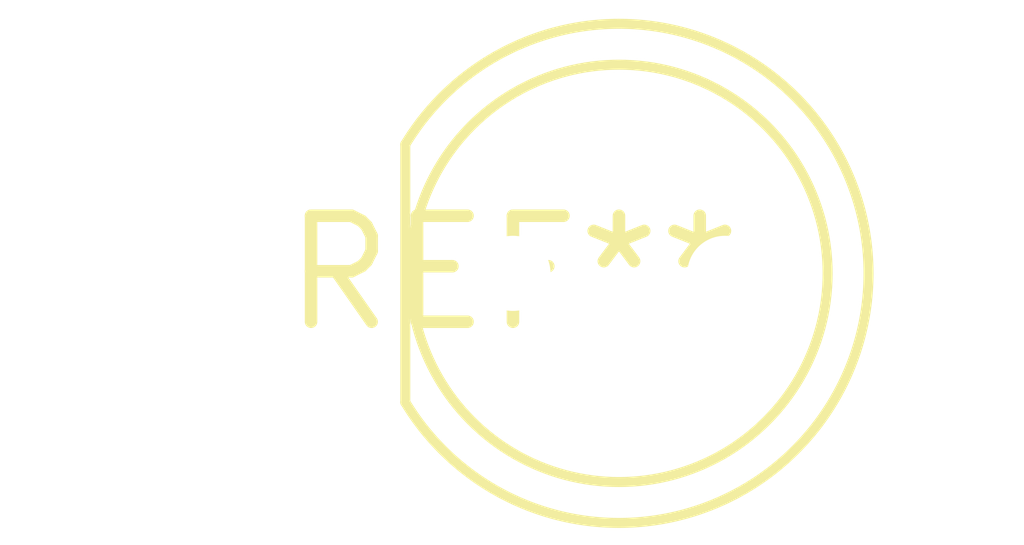
<source format=kicad_pcb>
(kicad_pcb (version 20240108) (generator pcbnew)
  (layers (0 "F.Cu" signal) (31 "B.Cu" signal) (34 "B.Paste" user) (35 "F.Paste" user) (36 "B.SilkS" user "B.Silkscreen") (37 "F.SilkS" user "F.Silkscreen") (38 "B.Mask" user) (39 "F.Mask" user) (44 "Edge.Cuts" user))
  (net 0 "")
  (footprint "LED_D5.0mm" (layer "F.Cu") (at 0 0)
    (property "Reference" "REF**")
    (property "Value" "LED_D5.0mm")
    (fp_line (start -1.29 -1.545) (end -1.29 1.545) (layer "F.SilkS") (stroke (width 0.12)))
    (fp_arc (start -1.29 -1.54483) (mid 2.072002 -2.880433) (end 4.26 0.000462) (layer "F.SilkS") (stroke (width 0.12)))
    (fp_arc (start 4.26 -0.000462) (mid 2.072002 2.880433) (end -1.29 1.54483) (layer "F.SilkS") (stroke (width 0.12)))
    (fp_circle (center 1.27 0) (end 3.77 0) (layer "F.SilkS") (stroke (width 0.12)) (fill none))
    (pad "1" thru_hole rect (at 0 0) (size 1.8 1.8) (drill 0.9) (layers *.Cu *.Mask) (remove_unused_layers))
    (pad "2" thru_hole circle (at 2.54 0) (size 1.8 1.8) (drill 0.9) (layers *.Cu *.Mask) (remove_unused_layers))
  )
)
</source>
